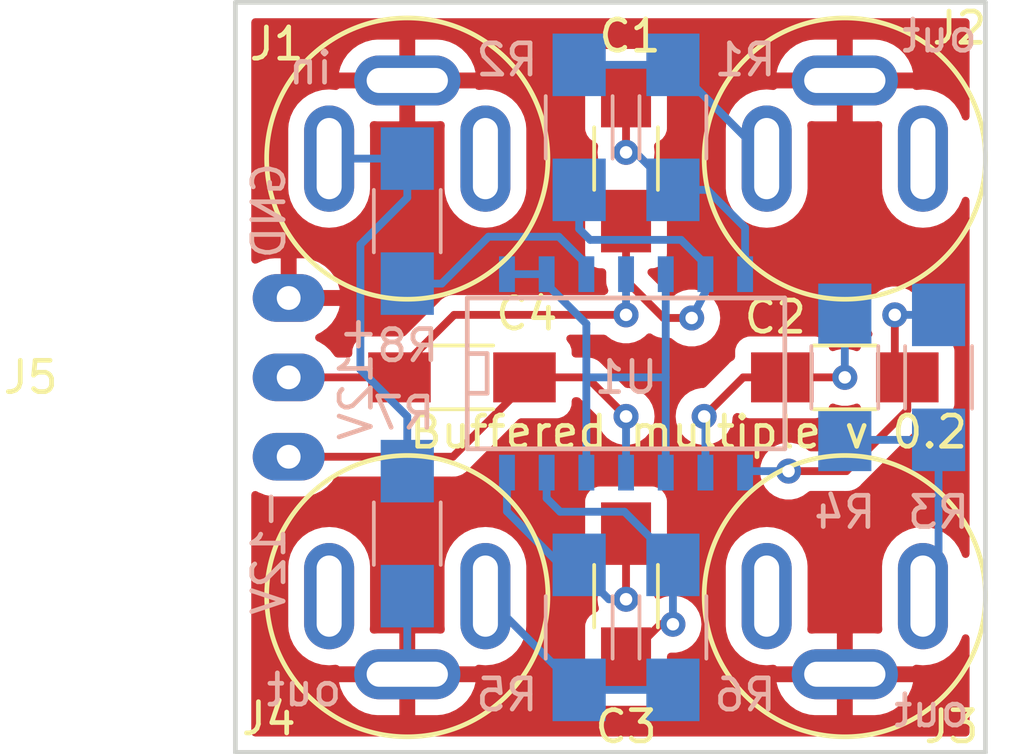
<source format=kicad_pcb>
(kicad_pcb (version 20211014) (generator pcbnew)
  (layers (0 "F.Cu" signal) (31 "B.Cu" signal) (34 "B.Paste" user) (35 "F.Paste" user) (36 "B.SilkS" user "B.Silkscreen") (37 "F.SilkS" user "F.Silkscreen") (38 "B.Mask" user) (39 "F.Mask" user) (44 "Edge.Cuts" user))
  (net 0 "")
  (net 1 "Net-(C1-Pad1)")
  (net 2 "Net-(C1-Pad2)")
  (net 3 "Net-(C2-Pad2)")
  (net 4 "Net-(C2-Pad1)")
  (net 5 "Net-(C3-Pad2)")
  (net 6 "Net-(C3-Pad1)")
  (net 7 "GND")
  (net 8 "+12V")
  (net 9 "-12V")
  (net 10 "Net-(U1-Pad1)")
  (net 11 "Net-(J1-PadT)")
  (net 12 "Net-(R8-Pad1)")
  (net 15 "Net-(J2-PadT)")
  (net 17 "Net-(J3-PadT)")
  (net 19 "Net-(J4-PadT)")
  (footprint "open-source-modular:eurorack-tile-power-connector" (layer "F.Cu") (at 191.705 112.5 -90)
    (fp_text reference "J5" (at 0 8.255 180) (layer "F.SilkS"))
    (fp_text value "power_supply")
    (fp_text user "+12V" (at 0 -2.159 90) (layer "B.SilkS") (effects (justify mirror)))
    (fp_text user "GND" (at -5.334 0.635 90) (layer "B.SilkS") (effects (justify mirror)))
    (fp_text user "-12V" (at 5.588 0.635 90) (layer "B.SilkS") (effects (justify mirror)))
    (pad "1" thru_hole oval (at 2.54 0 270) (size 1.524 2.3) (drill 0.762) (layers *.Cu *.Mask) (net 9 "-12V"))
    (pad "2" thru_hole oval (at 0 0 270) (size 1.524 2.3) (drill 0.762) (layers *.Cu *.Mask) (net 8 "+12V"))
    (pad "3" thru_hole oval (at -2.54 0 270) (size 1.524 2.3) (drill 0.762) (layers *.Cu *.Mask) (net 7 "GND"))
  )
  (footprint "Capacitors_SMD:C_1206_HandSoldering" (layer "F.Cu") (at 202.5 105.5 -90)
    (fp_text reference "C1" (at -3.922 -0.127) (layer "F.SilkS"))
    (fp_text value "100pF")
    (fp_line (start -1 1.02) (end 1 1.02) (layer "F.SilkS") (width 0.12))
    (fp_line (start 1 -1.02) (end -1 -1.02) (layer "F.SilkS") (width 0.12))
    (pad "1" smd rect locked (at -2 0 270) (size 2 1.6) (layers "F.Cu" "F.Paste" "F.Mask") (net 1 "Net-(C1-Pad1)"))
    (pad "2" smd rect locked (at 2 0 270) (size 2 1.6) (layers "F.Cu" "F.Paste" "F.Mask") (net 2 "Net-(C1-Pad2)"))
  )
  (footprint "Capacitors_SMD:C_1206_HandSoldering" (layer "F.Cu") (at 209.5 112.5 180)
    (fp_text reference "C2" (at 2.2248 1.9304 180) (layer "F.SilkS"))
    (fp_text value "100pF")
    (fp_line (start -1 1.02) (end 1 1.02) (layer "F.SilkS") (width 0.12))
    (fp_line (start 1 -1.02) (end -1 -1.02) (layer "F.SilkS") (width 0.12))
    (pad "1" smd rect locked (at -2 0 180) (size 2 1.6) (layers "F.Cu" "F.Paste" "F.Mask") (net 4 "Net-(C2-Pad1)"))
    (pad "2" smd rect locked (at 2 0 180) (size 2 1.6) (layers "F.Cu" "F.Paste" "F.Mask") (net 3 "Net-(C2-Pad2)"))
  )
  (footprint "open-source-modular:PJ392-3.5mm-jack-vertical-SRT" (layer "F.Cu") (at 195.5 105.5)
    (fp_text reference "J1" (at -4.176 -3.668) (layer "F.SilkS"))
    (fp_text value "InputJack1")
    (fp_circle (center 0 0) (end 4.5 0) (layer "F.SilkS") (width 0.15) (fill none))
    (pad "R" thru_hole oval locked (at 2.5 0 90) (size 3.4 1.6) (drill oval 2.6 0.8) (layers *.Cu *.Mask))
    (pad "S" thru_hole oval locked (at 0 -2.5) (size 3.4 1.6) (drill oval 2.6 0.8) (layers *.Cu *.Mask) (net 7 "GND"))
    (pad "T" thru_hole oval locked (at -2.5 0 270) (size 3.4 1.6) (drill oval 2.6 0.8) (layers *.Cu *.Mask) (net 11 "Net-(J1-PadT)"))
  )
  (footprint "open-source-modular:PJ392-3.5mm-jack-vertical-SRT" (layer "F.Cu") (at 209.5 105.5)
    (fp_text reference "J2" (at 3.668 -4.176) (layer "F.SilkS"))
    (fp_text value "OutputJack1")
    (fp_circle (center 0 0) (end 4.5 0) (layer "F.SilkS") (width 0.15) (fill none))
    (pad "R" thru_hole oval locked (at 2.5 0 90) (size 3.4 1.6) (drill oval 2.6 0.8) (layers *.Cu *.Mask))
    (pad "S" thru_hole oval locked (at 0 -2.5) (size 3.4 1.6) (drill oval 2.6 0.8) (layers *.Cu *.Mask) (net 7 "GND"))
    (pad "T" thru_hole oval locked (at -2.5 0 270) (size 3.4 1.6) (drill oval 2.6 0.8) (layers *.Cu *.Mask) (net 15 "Net-(J2-PadT)"))
  )
  (footprint "open-source-modular:PJ392-3.5mm-jack-vertical-SRT" (layer "F.Cu") (at 209.5 119.5 180)
    (fp_text reference "J3" (at -3.414 -4.176 180) (layer "F.SilkS"))
    (fp_text value "OutputJack2")
    (fp_circle (center 0 0) (end 4.5 0) (layer "F.SilkS") (width 0.15) (fill none))
    (pad "R" thru_hole oval locked (at 2.5 0 270) (size 3.4 1.6) (drill oval 2.6 0.8) (layers *.Cu *.Mask))
    (pad "S" thru_hole oval locked (at 0 -2.5 180) (size 3.4 1.6) (drill oval 2.6 0.8) (layers *.Cu *.Mask) (net 7 "GND"))
    (pad "T" thru_hole oval locked (at -2.5 0 90) (size 3.4 1.6) (drill oval 2.6 0.8) (layers *.Cu *.Mask) (net 17 "Net-(J3-PadT)"))
  )
  (footprint "open-source-modular:PJ392-3.5mm-jack-vertical-SRT" (layer "F.Cu") (at 195.5 119.5 180)
    (fp_text reference "J4" (at 4.43 -3.922 180) (layer "F.SilkS"))
    (fp_text value "OutputJack3")
    (fp_circle (center 0 0) (end 4.5 0) (layer "F.SilkS") (width 0.15) (fill none))
    (pad "R" thru_hole oval locked (at 2.5 0 270) (size 3.4 1.6) (drill oval 2.6 0.8) (layers *.Cu *.Mask))
    (pad "S" thru_hole oval locked (at 0 -2.5 180) (size 3.4 1.6) (drill oval 2.6 0.8) (layers *.Cu *.Mask) (net 7 "GND"))
    (pad "T" thru_hole oval locked (at -2.5 0 90) (size 3.4 1.6) (drill oval 2.6 0.8) (layers *.Cu *.Mask) (net 19 "Net-(J4-PadT)"))
  )
  (footprint "Capacitors_SMD:C_1206_HandSoldering" (layer "F.Cu") (at 202.5 119.5 -90)
    (fp_text reference "C3" (at 4.176 0) (layer "F.SilkS"))
    (fp_text value "100pF")
    (fp_line (start -1 1.02) (end 1 1.02) (layer "F.SilkS") (width 0.12))
    (fp_line (start 1 -1.02) (end -1 -1.02) (layer "F.SilkS") (width 0.12))
    (pad "1" smd rect locked (at -2 0 270) (size 2 1.6) (layers "F.Cu" "F.Paste" "F.Mask") (net 6 "Net-(C3-Pad1)"))
    (pad "2" smd rect locked (at 2 0 270) (size 2 1.6) (layers "F.Cu" "F.Paste" "F.Mask") (net 5 "Net-(C3-Pad2)"))
  )
  (footprint "Capacitors_SMD:C_1206_HandSoldering" (layer "F.Cu") (at 197.25 112.5)
    (fp_text reference "C4" (at 2.075 -2.032) (layer "F.SilkS"))
    (fp_text value "100nF")
    (fp_line (start -1 1.02) (end 1 1.02) (layer "F.SilkS") (width 0.12))
    (fp_line (start 1 -1.02) (end -1 -1.02) (layer "F.SilkS") (width 0.12))
    (pad "1" smd rect locked (at -2 0) (size 2 1.6) (layers "F.Cu" "F.Paste" "F.Mask") (net 8 "+12V"))
    (pad "2" smd rect locked (at 2 0) (size 2 1.6) (layers "F.Cu" "F.Paste" "F.Mask") (net 9 "-12V"))
  )
  (footprint "SMD_Packages:SOIC-14_N" (layer "B.Cu") (at 202.5 112.5)
    (fp_text reference "U1" (at 0 0) (layer "B.SilkS") (effects (justify mirror)))
    (fp_text value "TL074")
    (fp_line (start 5.08 2.286) (end 5.08 -2.54) (layer "B.SilkS") (width 0.15))
    (fp_line (start 5.08 -2.54) (end -5.08 -2.54) (layer "B.SilkS") (width 0.15))
    (fp_line (start -4.445 -0.762) (end -5.08 -0.762) (layer "B.SilkS") (width 0.15))
    (fp_line (start -5.08 -2.54) (end -5.08 2.286) (layer "B.SilkS") (width 0.15))
    (fp_line (start -4.445 0.508) (end -4.445 -0.762) (layer "B.SilkS") (width 0.15))
    (fp_line (start -5.08 2.286) (end 5.08 2.286) (layer "B.SilkS") (width 0.15))
    (fp_line (start -5.08 0.508) (end -4.445 0.508) (layer "B.SilkS") (width 0.15))
    (pad "1" smd rect locked (at -3.81 -3.302) (size 0.508 1.143) (layers "B.Cu" "B.Paste" "B.Mask") (net 10 "Net-(U1-Pad1)"))
    (pad "2" smd rect locked (at -2.54 -3.302) (size 0.508 1.143) (layers "B.Cu" "B.Paste" "B.Mask") (net 10 "Net-(U1-Pad1)"))
    (pad "3" smd rect locked (at -1.27 -3.302) (size 0.508 1.143) (layers "B.Cu" "B.Paste" "B.Mask") (net 12 "Net-(R8-Pad1)"))
    (pad "4" smd rect locked (at 0 -3.302) (size 0.508 1.143) (layers "B.Cu" "B.Paste" "B.Mask") (net 8 "+12V"))
    (pad "5" smd rect locked (at 1.27 -3.302) (size 0.508 1.143) (layers "B.Cu" "B.Paste" "B.Mask") (net 10 "Net-(U1-Pad1)"))
    (pad "6" smd rect locked (at 2.54 -3.302) (size 0.508 1.143) (layers "B.Cu" "B.Paste" "B.Mask") (net 2 "Net-(C1-Pad2)"))
    (pad "7" smd rect locked (at 3.81 -3.302) (size 0.508 1.143) (layers "B.Cu" "B.Paste" "B.Mask") (net 1 "Net-(C1-Pad1)"))
    (pad "8" smd rect locked (at 3.81 3.048) (size 0.508 1.143) (layers "B.Cu" "B.Paste" "B.Mask") (net 4 "Net-(C2-Pad1)"))
    (pad "9" smd rect locked (at 2.54 3.048) (size 0.508 1.143) (layers "B.Cu" "B.Paste" "B.Mask") (net 3 "Net-(C2-Pad2)"))
    (pad "10" smd rect locked (at 1.27 3.048) (size 0.508 1.143) (layers "B.Cu" "B.Paste" "B.Mask") (net 10 "Net-(U1-Pad1)"))
    (pad "11" smd rect locked (at 0 3.048) (size 0.508 1.143) (layers "B.Cu" "B.Paste" "B.Mask") (net 9 "-12V"))
    (pad "12" smd rect locked (at -1.27 3.048) (size 0.508 1.143) (layers "B.Cu" "B.Paste" "B.Mask") (net 10 "Net-(U1-Pad1)"))
    (pad "13" smd rect locked (at -2.54 3.048) (size 0.508 1.143) (layers "B.Cu" "B.Paste" "B.Mask") (net 5 "Net-(C3-Pad2)"))
    (pad "14" smd rect locked (at -3.81 3.048) (size 0.508 1.143) (layers "B.Cu" "B.Paste" "B.Mask") (net 6 "Net-(C3-Pad1)"))
  )
  (footprint "Resistors_SMD:R_1206_HandSoldering" (layer "B.Cu") (at 204 104.5 90)
    (fp_text reference "R1" (at 2.16 2.31 180) (layer "B.SilkS") (effects (justify mirror)))
    (fp_text value "220")
    (fp_line (start -1 1.07) (end 1 1.07) (layer "B.SilkS") (width 0.12))
    (fp_line (start 1 -1.07) (end -1 -1.07) (layer "B.SilkS") (width 0.12))
    (pad "1" smd rect locked (at -2 0 90) (size 2 1.7) (layers "B.Cu" "B.Paste" "B.Mask") (net 1 "Net-(C1-Pad1)"))
    (pad "2" smd rect locked (at 2 0 90) (size 2 1.7) (layers "B.Cu" "B.Paste" "B.Mask") (net 15 "Net-(J2-PadT)"))
  )
  (footprint "Resistors_SMD:R_1206_HandSoldering" (layer "B.Cu") (at 201 104.5 -90)
    (fp_text reference "R2" (at -2.16 2.31) (layer "B.SilkS") (effects (justify mirror)))
    (fp_text value "4.7K")
    (fp_line (start -1 1.07) (end 1 1.07) (layer "B.SilkS") (width 0.12))
    (fp_line (start 1 -1.07) (end -1 -1.07) (layer "B.SilkS") (width 0.12))
    (pad "1" smd rect locked (at -2 0 270) (size 2 1.7) (layers "B.Cu" "B.Paste" "B.Mask") (net 15 "Net-(J2-PadT)"))
    (pad "2" smd rect locked (at 2 0 270) (size 2 1.7) (layers "B.Cu" "B.Paste" "B.Mask") (net 2 "Net-(C1-Pad2)"))
  )
  (footprint "Resistors_SMD:R_1206_HandSoldering" (layer "B.Cu") (at 212.5 112.5 -90)
    (fp_text reference "R3" (at 4.318 0) (layer "B.SilkS") (effects (justify mirror)))
    (fp_text value "220")
    (fp_line (start -1 1.07) (end 1 1.07) (layer "B.SilkS") (width 0.12))
    (fp_line (start 1 -1.07) (end -1 -1.07) (layer "B.SilkS") (width 0.12))
    (pad "1" smd rect locked (at -2 0 270) (size 2 1.7) (layers "B.Cu" "B.Paste" "B.Mask") (net 4 "Net-(C2-Pad1)"))
    (pad "2" smd rect locked (at 2 0 270) (size 2 1.7) (layers "B.Cu" "B.Paste" "B.Mask") (net 17 "Net-(J3-PadT)"))
  )
  (footprint "Resistors_SMD:R_1206_HandSoldering" (layer "B.Cu") (at 209.5 112.5 90)
    (fp_text reference "R4" (at -4.318 0 180) (layer "B.SilkS") (effects (justify mirror)))
    (fp_text value "4.7K")
    (fp_line (start -1 1.07) (end 1 1.07) (layer "B.SilkS") (width 0.12))
    (fp_line (start 1 -1.07) (end -1 -1.07) (layer "B.SilkS") (width 0.12))
    (pad "1" smd rect locked (at -2 0 90) (size 2 1.7) (layers "B.Cu" "B.Paste" "B.Mask") (net 17 "Net-(J3-PadT)"))
    (pad "2" smd rect locked (at 2 0 90) (size 2 1.7) (layers "B.Cu" "B.Paste" "B.Mask") (net 3 "Net-(C2-Pad2)"))
  )
  (footprint "Resistors_SMD:R_1206_HandSoldering" (layer "B.Cu") (at 204 120.5 90)
    (fp_text reference "R6" (at -2.16 2.31 180) (layer "B.SilkS") (effects (justify mirror)))
    (fp_text value "4.7K")
    (fp_line (start 1 -1.07) (end -1 -1.07) (layer "B.SilkS") (width 0.12))
    (fp_line (start -1 1.07) (end 1 1.07) (layer "B.SilkS") (width 0.12))
    (pad "1" smd rect locked (at -2 0 90) (size 2 1.7) (layers "B.Cu" "B.Paste" "B.Mask") (net 19 "Net-(J4-PadT)"))
    (pad "2" smd rect locked (at 2 0 90) (size 2 1.7) (layers "B.Cu" "B.Paste" "B.Mask") (net 5 "Net-(C3-Pad2)"))
  )
  (footprint "Resistors_SMD:R_1206_HandSoldering" (layer "B.Cu") (at 201 120.5 -90)
    (fp_text reference "R5" (at 2.16 2.31 180) (layer "B.SilkS") (effects (justify mirror)))
    (fp_text value "220")
    (fp_line (start -1 1.07) (end 1 1.07) (layer "B.SilkS") (width 0.12))
    (fp_line (start 1 -1.07) (end -1 -1.07) (layer "B.SilkS") (width 0.12))
    (pad "1" smd rect locked (at -2 0 270) (size 2 1.7) (layers "B.Cu" "B.Paste" "B.Mask") (net 6 "Net-(C3-Pad1)"))
    (pad "2" smd rect locked (at 2 0 270) (size 2 1.7) (layers "B.Cu" "B.Paste" "B.Mask") (net 19 "Net-(J4-PadT)"))
  )
  (footprint "Resistors_SMD:R_1206_HandSoldering" (layer "B.Cu") (at 195.5 117.5 -90)
    (fp_text reference "R7" (at -3.857 0.112) (layer "B.SilkS") (effects (justify mirror)))
    (fp_text value "100K")
    (fp_line (start 1 -1.07) (end -1 -1.07) (layer "B.SilkS") (width 0.12))
    (fp_line (start -1 1.07) (end 1 1.07) (layer "B.SilkS") (width 0.12))
    (pad "1" smd rect locked (at -2 0 270) (size 2 1.7) (layers "B.Cu" "B.Paste" "B.Mask") (net 11 "Net-(J1-PadT)"))
    (pad "2" smd rect locked (at 2 0 270) (size 2 1.7) (layers "B.Cu" "B.Paste" "B.Mask") (net 7 "GND"))
  )
  (footprint "Resistors_SMD:R_1206_HandSoldering" (layer "B.Cu") (at 195.5 107.5 90)
    (fp_text reference "R8" (at -3.984 0.015 180) (layer "B.SilkS") (effects (justify mirror)))
    (fp_text value "1K")
    (fp_line (start 1 -1.07) (end -1 -1.07) (layer "B.SilkS") (width 0.12))
    (fp_line (start -1 1.07) (end 1 1.07) (layer "B.SilkS") (width 0.12))
    (pad "1" smd rect locked (at -2 0 90) (size 2 1.7) (layers "B.Cu" "B.Paste" "B.Mask") (net 12 "Net-(R8-Pad1)"))
    (pad "2" smd rect locked (at 2 0 90) (size 2 1.7) (layers "B.Cu" "B.Paste" "B.Mask") (net 11 "Net-(J1-PadT)"))
  )
  (gr_line (start 190 100.5) (end 214 100.5) (layer "Edge.Cuts") (width 0.15))
  (gr_line (start 214 124.5) (end 190 124.5) (layer "Edge.Cuts") (width 0.15))
  (gr_line (start 214 100.5) (end 214 124.5) (layer "Edge.Cuts") (width 0.15))
  (gr_line (start 190 100.5) (end 190 124.5) (layer "Edge.Cuts") (width 0.15))
  (gr_text "out" (at 212.533 101.578) (layer "B.SilkS") (effects (font (size 1 1)) (justify mirror)))
  (gr_text "out" (at 212.279 123.168) (layer "B.SilkS") (effects (font (size 1 1)) (justify mirror)))
  (gr_text "out" (at 192.2 122.5) (layer "B.SilkS") (effects (font (size 1 1)) (justify mirror)))
  (gr_text "in" (at 192.4 102.6) (layer "B.SilkS") (effects (font (size 1 1)) (justify mirror)))
  (gr_text "Buffered multiple v 0.2" (at 204.5 114.25) (layer "F.SilkS") (effects (font (size 1 1))))
  (segment (start 202.5 103.5) (end 202.5 105.3) (width 0.25) (layer "F.Cu") (net 1))
  (via (at 202.5 105.3) (size 0.8) (drill 0.4) (layers "F.Cu" "B.Cu") (net 1))
  (segment (start 206.31 107.71) (end 206.31 109.198) (width 0.25) (layer "B.Cu") (net 1))
  (segment (start 205.1 106.5) (end 206.31 107.71) (width 0.25) (layer "B.Cu") (net 1))
  (segment (start 202.8 105.3) (end 204 106.5) (width 0.25) (layer "B.Cu") (net 1))
  (segment (start 204 106.5) (end 205.1 106.5) (width 0.25) (layer "B.Cu") (net 1))
  (segment (start 202.5 105.3) (end 202.8 105.3) (width 0.25) (layer "B.Cu") (net 1))
  (segment (start 203.7 110.6) (end 202.5 109.4) (width 0.25) (layer "F.Cu") (net 2))
  (segment (start 204.6 110.6) (end 203.7 110.6) (width 0.25) (layer "F.Cu") (net 2))
  (segment (start 202.5 109.4) (end 202.5 107.5) (width 0.25) (layer "F.Cu") (net 2))
  (via (at 204.6 110.6) (size 0.8) (drill 0.4) (layers "F.Cu" "B.Cu") (net 2))
  (segment (start 201 107.75) (end 201.35 108.1) (width 0.25) (layer "B.Cu") (net 2))
  (segment (start 205.04 109.76) (end 205.04 109.198) (width 0.25) (layer "B.Cu") (net 2))
  (segment (start 204.6 110.6) (end 205.04 109.76) (width 0.25) (layer "B.Cu") (net 2))
  (segment (start 201 106.5) (end 201 107.75) (width 0.25) (layer "B.Cu") (net 2))
  (segment (start 204.2595 108.1) (end 205.04 108.8805) (width 0.25) (layer "B.Cu") (net 2))
  (segment (start 201.35 108.1) (end 204.2595 108.1) (width 0.25) (layer "B.Cu") (net 2))
  (segment (start 205.04 108.8805) (end 205.04 109.198) (width 0.25) (layer "B.Cu") (net 2))
  (segment (start 207.5 112.5) (end 209.5 112.5) (width 0.25) (layer "F.Cu") (net 3))
  (segment (start 207.5 112.5) (end 206.25 112.5) (width 0.25) (layer "F.Cu") (net 3))
  (segment (start 206.25 112.5) (end 205 113.75) (width 0.25) (layer "F.Cu") (net 3))
  (via (at 205 113.75) (size 0.8) (drill 0.4) (layers "F.Cu" "B.Cu") (net 3))
  (via (at 209.5 112.5) (size 0.8) (drill 0.4) (layers "F.Cu" "B.Cu") (net 3))
  (segment (start 205.04 113.79) (end 205 113.75) (width 0.25) (layer "B.Cu") (net 3))
  (segment (start 205.04 115.548) (end 205.04 113.79) (width 0.25) (layer "B.Cu") (net 3))
  (segment (start 209.5 110.5) (end 209.5 112.5) (width 0.25) (layer "B.Cu") (net 3))
  (segment (start 211.1 110.5) (end 211.1 112.1) (width 0.25) (layer "F.Cu") (net 4))
  (segment (start 211.5 113.55) (end 209.55 115.5) (width 0.25) (layer "F.Cu") (net 4))
  (segment (start 211.1 112.1) (end 211.5 112.5) (width 0.25) (layer "F.Cu") (net 4))
  (segment (start 211.5 112.5) (end 211.5 113.55) (width 0.25) (layer "F.Cu") (net 4))
  (segment (start 209.55 115.5) (end 207.7 115.5) (width 0.25) (layer "F.Cu") (net 4))
  (via (at 211.1 110.5) (size 0.8) (drill 0.4) (layers "F.Cu" "B.Cu") (net 4))
  (via (at 207.7 115.5) (size 0.8) (drill 0.4) (layers "F.Cu" "B.Cu") (net 4))
  (segment (start 211.4 110.5) (end 211.1 110.5) (width 0.25) (layer "B.Cu") (net 4))
  (segment (start 206.358 115.5) (end 206.31 115.548) (width 0.25) (layer "B.Cu") (net 4))
  (segment (start 207.7 115.5) (end 206.358 115.5) (width 0.25) (layer "B.Cu") (net 4))
  (segment (start 212.5 110.5) (end 211.4 110.5) (width 0.25) (layer "B.Cu") (net 4))
  (segment (start 204 120.4) (end 203.6 120.4) (width 0.25) (layer "F.Cu") (net 5))
  (segment (start 203.6 120.4) (end 202.5 121.5) (width 0.25) (layer "F.Cu") (net 5))
  (via (at 204 120.4) (size 0.8) (drill 0.4) (layers "F.Cu" "B.Cu") (net 5))
  (segment (start 200.3905 116.8) (end 202.45 116.8) (width 0.25) (layer "B.Cu") (net 5))
  (segment (start 204 118.35) (end 204 118.5) (width 0.25) (layer "B.Cu") (net 5))
  (segment (start 204 118.5) (end 204 120.4) (width 0.25) (layer "B.Cu") (net 5))
  (segment (start 202.45 116.8) (end 204 118.35) (width 0.25) (layer "B.Cu") (net 5))
  (segment (start 199.96 115.548) (end 199.96 116.3695) (width 0.25) (layer "B.Cu") (net 5))
  (segment (start 199.96 116.3695) (end 200.3905 116.8) (width 0.25) (layer "B.Cu") (net 5))
  (segment (start 202.5 119.6) (end 202.5 117.5) (width 0.25) (layer "F.Cu") (net 6))
  (via (at 202.5 119.6) (size 0.8) (drill 0.4) (layers "F.Cu" "B.Cu") (net 6))
  (segment (start 198.69 115.548) (end 198.69 116.79) (width 0.25) (layer "B.Cu") (net 6))
  (segment (start 201.95 119.6) (end 202.5 119.6) (width 0.25) (layer "B.Cu") (net 6))
  (segment (start 201 118.65) (end 201.95 119.6) (width 0.25) (layer "B.Cu") (net 6))
  (segment (start 198.69 116.79) (end 200.4 118.5) (width 0.25) (layer "B.Cu") (net 6))
  (segment (start 201 118.5) (end 201 118.65) (width 0.25) (layer "B.Cu") (net 6))
  (segment (start 200.4 118.5) (end 201 118.5) (width 0.25) (layer "B.Cu") (net 6))
  (segment (start 195.5 119) (end 195.5 122) (width 0.25) (layer "B.Cu") (net 7))
  (segment (start 195.25 112.25) (end 197 110.5) (width 0.25) (layer "F.Cu") (net 8))
  (segment (start 192 112.5) (end 195.25 112.5) (width 0.25) (layer "F.Cu") (net 8))
  (segment (start 197 110.5) (end 202.5 110.5) (width 0.25) (layer "F.Cu") (net 8))
  (segment (start 195.25 112.5) (end 195.25 112.25) (width 0.25) (layer "F.Cu") (net 8))
  (via (at 202.5 110.5) (size 0.8) (drill 0.4) (layers "F.Cu" "B.Cu") (net 8))
  (segment (start 202.5 110.5) (end 202.5 109.198) (width 0.25) (layer "B.Cu") (net 8))
  (segment (start 199.25 112.5) (end 201.25 112.5) (width 0.25) (layer "F.Cu") (net 9))
  (segment (start 192 115.04) (end 196.96 115.04) (width 0.25) (layer "F.Cu") (net 9))
  (segment (start 199.25 112.75) (end 199.25 112.5) (width 0.25) (layer "F.Cu") (net 9))
  (segment (start 201.25 112.5) (end 202.5 113.75) (width 0.25) (layer "F.Cu") (net 9))
  (segment (start 196.96 115.04) (end 199.25 112.75) (width 0.25) (layer "F.Cu") (net 9))
  (via (at 202.5 113.75) (size 0.8) (drill 0.4) (layers "F.Cu" "B.Cu") (net 9))
  (segment (start 202.5 113.75) (end 202.5 115.548) (width 0.25) (layer "B.Cu") (net 9))
  (segment (start 198.69 109.198) (end 199.96 109.198) (width 0.25) (layer "B.Cu") (net 10))
  (segment (start 201.23 112.5) (end 201.23 115.548) (width 0.25) (layer "B.Cu") (net 10))
  (segment (start 203.77 109.198) (end 203.77 112.5) (width 0.25) (layer "B.Cu") (net 10))
  (segment (start 199.96 109.5155) (end 201.23 110.7855) (width 0.25) (layer "B.Cu") (net 10))
  (segment (start 201.23 112.5) (end 203.77 112.5) (width 0.25) (layer "B.Cu") (net 10))
  (segment (start 199.96 109.198) (end 199.96 109.5155) (width 0.25) (layer "B.Cu") (net 10))
  (segment (start 203.77 115.548) (end 203.77 112.5) (width 0.25) (layer "B.Cu") (net 10))
  (segment (start 201.23 110.7855) (end 201.23 112.5) (width 0.25) (layer "B.Cu") (net 10))
  (segment (start 195.5 113.75) (end 195.5 115) (width 0.25) (layer "B.Cu") (net 11))
  (segment (start 194 108.25) (end 194 112.25) (width 0.25) (layer "B.Cu") (net 11))
  (segment (start 195.5 106.75) (end 194 108.25) (width 0.25) (layer "B.Cu") (net 11))
  (segment (start 193 105.5) (end 195.5 105.5) (width 0.25) (layer "B.Cu") (net 11))
  (segment (start 195.5 105.5) (end 195.5 106.75) (width 0.25) (layer "B.Cu") (net 11))
  (segment (start 194 112.25) (end 195.5 113.75) (width 0.25) (layer "B.Cu") (net 11))
  (segment (start 195.5 109.5) (end 196.6 109.5) (width 0.25) (layer "B.Cu") (net 12))
  (segment (start 200.3495 108) (end 201.23 108.8805) (width 0.25) (layer "B.Cu") (net 12))
  (segment (start 198.1 108) (end 200.3495 108) (width 0.25) (layer "B.Cu") (net 12))
  (segment (start 196.6 109.5) (end 198.1 108) (width 0.25) (layer "B.Cu") (net 12))
  (segment (start 201.23 108.8805) (end 201.23 109.198) (width 0.25) (layer "B.Cu") (net 12))
  (segment (start 201 102.5) (end 204 102.5) (width 0.25) (layer "B.Cu") (net 15))
  (segment (start 204 102.5) (end 207 105.5) (width 0.25) (layer "B.Cu") (net 15))
  (segment (start 212.5 119) (end 212 119.5) (width 0.25) (layer "B.Cu") (net 17))
  (segment (start 212.5 114.5) (end 212.5 119) (width 0.25) (layer "B.Cu") (net 17))
  (segment (start 209.5 114.5) (end 212.5 114.5) (width 0.25) (layer "B.Cu") (net 17))
  (segment (start 201 122.5) (end 204 122.5) (width 0.25) (layer "B.Cu") (net 19))
  (segment (start 201 122.5) (end 198 119.5) (width 0.25) (layer "B.Cu") (net 19))
  (zone (net 7) (net_name "GND") (layer "F.Cu") (connect_pads (clearance 0.508)) (min_thickness 0.254) (fill yes (thermal_gap 0.508) (thermal_bridge_width 0.508))
    (polygon (pts (xy 190.5 124) (xy 213.5 124) (xy 213.5 101) (xy 190.5 101)))
  )
)
</source>
